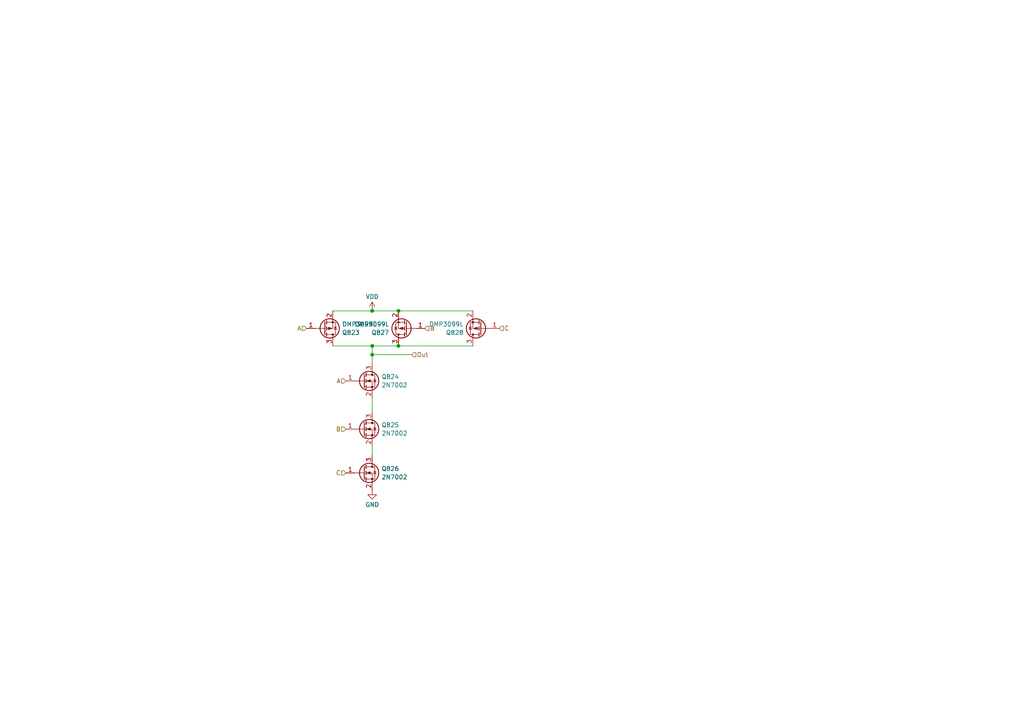
<source format=kicad_sch>
(kicad_sch (version 20250114) (generator "eeschema") (generator_version "9.0")
  (paper "A4")
  (lib_symbols
    (symbol "Transistor_FET:2N7002" (pin_names (offset 0) (hide yes))
      (property "Reference" "Q" (at 5.08 1.905 0))
      (property "Value" "2N7002" (at 5.08 0 0))
      (symbol "2N7002_0_1"
        (polyline (pts (xy 0.254 1.905) (xy 0.254 -1.905)) (stroke (width 0.254)))
        (polyline (pts (xy 0.254 0) (xy -2.54 0)))
        (polyline (pts (xy 0.762 2.286) (xy 0.762 1.27)) (stroke (width 0.254)))
        (polyline (pts (xy 0.762 0.508) (xy 0.762 -0.508)) (stroke (width 0.254)))
        (polyline (pts (xy 0.762 -1.27) (xy 0.762 -2.286)) (stroke (width 0.254)))
        (polyline (pts (xy 0.762 -1.778) (xy 3.302 -1.778) (xy 3.302 1.778) (xy 0.762 1.778)))
        (polyline (pts (xy 1.016 0) (xy 2.032 0.381) (xy 2.032 -0.381) (xy 1.016 0)) (fill (type outline)))
        (circle (center 1.651 0) (radius 2.794) (stroke (width 0.254)))
        (polyline (pts (xy 2.54 2.54) (xy 2.54 1.778)))
        (circle (center 2.54 1.778) (radius 0.254) (fill (type outline)))
        (circle (center 2.54 -1.778) (radius 0.254) (fill (type outline)))
        (polyline (pts (xy 2.54 -2.54) (xy 2.54 0) (xy 0.762 0)))
        (polyline (pts (xy 2.921 0.381) (xy 3.683 0.381)))
        (polyline (pts (xy 3.302 0.381) (xy 2.921 -0.254) (xy 3.683 -0.254) (xy 3.302 0.381)))
      )
      (symbol "2N7002_1_1"
        (pin input line (at -5.08 0 0) (length 2.54) (name "G") (number "1"))
        (pin passive line (at 2.54 5.08 270) (length 2.54) (name "D") (number "3"))
        (pin passive line (at 2.54 -5.08 90) (length 2.54) (name "S") (number "2"))
      )
    )
    (symbol "Transistor_FET:DMP3099L" (pin_names (offset 0) (hide yes))
      (property "Reference" "Q" (at 5.08 1.905 0))
      (property "Value" "DMP3099L" (at 5.08 0 0))
      (symbol "DMP3099L_0_1"
        (polyline (pts (xy 0.254 1.905) (xy 0.254 -1.905)) (stroke (width 0.254)))
        (polyline (pts (xy 0.254 0) (xy -2.54 0)))
        (polyline (pts (xy 0.762 2.286) (xy 0.762 1.27)) (stroke (width 0.254)))
        (polyline (pts (xy 0.762 1.778) (xy 3.302 1.778) (xy 3.302 -1.778) (xy 0.762 -1.778)))
        (polyline (pts (xy 0.762 0.508) (xy 0.762 -0.508)) (stroke (width 0.254)))
        (polyline (pts (xy 0.762 -1.27) (xy 0.762 -2.286)) (stroke (width 0.254)))
        (circle (center 1.651 0) (radius 2.794) (stroke (width 0.254)))
        (polyline (pts (xy 2.286 0) (xy 1.27 0.381) (xy 1.27 -0.381) (xy 2.286 0)) (fill (type outline)))
        (polyline (pts (xy 2.54 2.54) (xy 2.54 1.778)))
        (circle (center 2.54 1.778) (radius 0.254) (fill (type outline)))
        (circle (center 2.54 -1.778) (radius 0.254) (fill (type outline)))
        (polyline (pts (xy 2.54 -2.54) (xy 2.54 0) (xy 0.762 0)))
        (polyline (pts (xy 2.921 -0.381) (xy 3.683 -0.381)))
        (polyline (pts (xy 3.302 -0.381) (xy 2.921 0.254) (xy 3.683 0.254) (xy 3.302 -0.381)))
      )
      (symbol "DMP3099L_1_1"
        (pin input line (at -5.08 0 0) (length 2.54) (name "G") (number "1"))
        (pin passive line (at 2.54 5.08 270) (length 2.54) (name "D") (number "3"))
        (pin passive line (at 2.54 -5.08 90) (length 2.54) (name "S") (number "2"))
      )
    )
    (symbol "power:GND" (power) (pin_numbers (hide yes)) (pin_names (offset 0) (hide yes))
      (property "Value" "GND" (at 0 -3.81 0))
      (symbol "GND_0_1"
        (polyline (pts (xy 0 0) (xy 0 -1.27) (xy 1.27 -1.27) (xy 0 -2.54) (xy -1.27 -1.27) (xy 0 -1.27)))
      )
      (symbol "GND_1_1"
        (pin power_in line (at 0 0 270) (length 0) (name "~") (number "1"))
      )
    )
    (symbol "power:VDD" (power) (pin_numbers (hide yes)) (pin_names (offset 0) (hide yes))
      (property "Value" "VDD" (at 0 3.556 0))
      (symbol "VDD_0_1"
        (polyline (pts (xy -0.762 1.27) (xy 0 2.54)))
        (polyline (pts (xy 0 2.54) (xy 0.762 1.27)))
        (polyline (pts (xy 0 0) (xy 0 2.54)))
      )
      (symbol "VDD_1_1"
        (pin power_in line (at 0 0 90) (length 0) (name "~") (number "1"))
      )
    )
  )
  (junction (at 107.95 90.17))
  (junction (at 115.57 90.17))
  (junction (at 107.95 100.33))
  (junction (at 115.57 100.33))
  (junction (at 107.95 102.87))
  (wire (pts (xy 107.95 115.57) (xy 107.95 119.38)))
  (wire (pts (xy 115.57 90.17) (xy 137.16 90.17)))
  (wire (pts (xy 96.52 100.33) (xy 107.95 100.33)))
  (wire (pts (xy 115.57 100.33) (xy 137.16 100.33)))
  (wire (pts (xy 96.52 90.17) (xy 107.95 90.17)))
  (wire (pts (xy 107.95 100.33) (xy 115.57 100.33)))
  (wire (pts (xy 107.95 102.87) (xy 119.38 102.87)))
  (wire (pts (xy 107.95 129.54) (xy 107.95 132.08)))
  (wire (pts (xy 107.95 90.17) (xy 115.57 90.17)))
  (wire (pts (xy 107.95 100.33) (xy 107.95 102.87)))
  (wire (pts (xy 107.95 102.87) (xy 107.95 105.41)))
  (hierarchical_label "B" (shape input) (at 123.19 95.25 0))
  (hierarchical_label "C" (shape input) (at 100.33 137.16 180))
  (hierarchical_label "A" (shape input) (at 88.9 95.25 180))
  (hierarchical_label "Out" (shape input) (at 119.38 102.87 0))
  (hierarchical_label "A" (shape input) (at 100.33 110.49 180))
  (hierarchical_label "B" (shape input) (at 100.33 124.46 180))
  (hierarchical_label "C" (shape input) (at 144.78 95.25 0))
  (symbol (lib_id "Transistor_FET:2N7002") (at 105.41 110.49 0) (unit 1)
    (property "Reference" "Q30" (at 110.617 109.2778 0) (effects (justify left)))
    (property "Value" "2N7002" (at 110.617 111.7021 0) (effects (justify left)))
    (property "Footprint" "Package_TO_SOT_SMD:SOT-23" (effects (hide yes)))
    (property "Datasheet" "https://www.onsemi.com/pub/Collateral/NDS7002A-D.PDF" (effects (hide yes)))
    (property "Description" "0.115A Id, 60V Vds, N-Channel MOSFET, SOT-23" (effects (hide yes)))
    (instances (project "transistor-clock" (path "" (reference "Q824") (unit 1)) (path "" (reference "Q812") (unit 1)) (path "" (reference "Q818") (unit 1)) (path "" (reference "Q834") (unit 1)) (path "" (reference "Q840") (unit 1)) (path "" (reference "Q738") (unit 1)) (path "" (reference "Q788") (unit 1)) (path "" (reference "Q732") (unit 1)) (path "" (reference "Q766") (unit 1)) (path "" (reference "Q744") (unit 1)) (path "" (reference "Q772") (unit 1)) (path "" (reference "Q778") (unit 1)) (path "" (reference "Q794") (unit 1)) (path "" (reference "Q800") (unit 1)) (path "" (reference "Q538") (unit 1)) (path "" (reference "Q588") (unit 1)) (path "" (reference "Q532") (unit 1)) (path "" (reference "Q566") (unit 1)) (path "" (reference "Q544") (unit 1)) (path "" (reference "Q572") (unit 1)) (path "" (reference "Q578") (unit 1)) (path "" (reference "Q594") (unit 1)) (path "" (reference "Q600") (unit 1)) (path "" (reference "Q624") (unit 1)) (path "" (reference "Q612") (unit 1)) (path "" (reference "Q618") (unit 1)) (path "" (reference "Q634") (unit 1)) (path "" (reference "Q640") (unit 1)) (path "" (reference "Q664") (unit 1)) (path "" (reference "Q714") (unit 1)) (path "" (reference "Q658") (unit 1)) (path "" (reference "Q692") (unit 1)) (path "" (reference "Q670") (unit 1)) (path "" (reference "Q698") (unit 1)) (path "" (reference "Q704") (unit 1)) (path "" (reference "Q720") (unit 1)) (path "" (reference "Q726") (unit 1)) (path "" (reference "Q434") (unit 1)) (path "" (reference "Q428") (unit 1)) (path "" (reference "Q440") (unit 1)) (path "" (reference "Q446") (unit 1)) (path "" (reference "Q362") (unit 1)) (path "" (reference "Q356") (unit 1)) (path "" (reference "Q368") (unit 1)) (path "" (reference "Q374") (unit 1)) (path "" (reference "Q386") (unit 1)) (path "" (reference "Q380") (unit 1)) (path "" (reference "Q392") (unit 1)) (path "" (reference "Q398") (unit 1)) (path "" (reference "Q410") (unit 1)) (path "" (reference "Q404") (unit 1)) (path "" (reference "Q416") (unit 1)) (path "" (reference "Q422") (unit 1)) (path "" (reference "Q108") (unit 1)) (path "" (reference "Q102") (unit 1)) (path "" (reference "Q114") (unit 1)) (path "" (reference "Q120") (unit 1)) (path "" (reference "Q36") (unit 1)) (path "" (reference "Q30") (unit 1)) (path "" (reference "Q42") (unit 1)) (path "" (reference "Q48") (unit 1)) (path "" (reference "Q60") (unit 1)) (path "" (reference "Q54") (unit 1)) (path "" (reference "Q66") (unit 1)) (path "" (reference "Q72") (unit 1)) (path "" (reference "Q84") (unit 1)) (path "" (reference "Q78") (unit 1)) (path "" (reference "Q90") (unit 1)) (path "" (reference "Q96") (unit 1)) (path "" (reference "Q466") (unit 1)) (path "" (reference "Q460") (unit 1)) (path "" (reference "Q472") (unit 1)) (path "" (reference "Q478") (unit 1)) (path "" (reference "Q514") (unit 1)) (path "" (reference "Q508") (unit 1)) (path "" (reference "Q520") (unit 1)) (path "" (reference "Q526") (unit 1)) (path "" (reference "Q490") (unit 1)) (path "" (reference "Q484") (unit 1)) (path "" (reference "Q496") (unit 1)) (path "" (reference "Q502") (unit 1)) (path "" (reference "Q288") (unit 1)) (path "" (reference "Q282") (unit 1)) (path "" (reference "Q296") (unit 1)) (path "" (reference "Q302") (unit 1)) (path "" (reference "Q338") (unit 1)) (path "" (reference "Q332") (unit 1)) (path "" (reference "Q344") (unit 1)) (path "" (reference "Q350") (unit 1)) (path "" (reference "Q314") (unit 1)) (path "" (reference "Q308") (unit 1)) (path "" (reference "Q320") (unit 1)) (path "" (reference "Q326") (unit 1)) (path "" (reference "Q256") (unit 1)) (path "" (reference "Q250") (unit 1)) (path "" (reference "Q262") (unit 1)) (path "" (reference "Q268") (unit 1)) (path "" (reference "Q184") (unit 1)) (path "" (reference "Q178") (unit 1)) (path "" (reference "Q190") (unit 1)) (path "" (reference "Q196") (unit 1)) (path "" (reference "Q208") (unit 1)) (path "" (reference "Q202") (unit 1)) (path "" (reference "Q214") (unit 1)) (path "" (reference "Q220") (unit 1)) (path "" (reference "Q232") (unit 1)) (path "" (reference "Q226") (unit 1)) (path "" (reference "Q238") (unit 1)) (path "" (reference "Q244") (unit 1)) (path "" (reference "Q136") (unit 1)) (path "" (reference "Q130") (unit 1)) (path "" (reference "Q142") (unit 1)) (path "" (reference "Q148") (unit 1)) (path "" (reference "Q160") (unit 1)) (path "" (reference "Q154") (unit 1)) (path "" (reference "Q166") (unit 1)) (path "" (reference "Q172") (unit 1))))
  )
  (symbol (lib_id "Transistor_FET:2N7002") (at 105.41 124.46 0) (unit 1)
    (property "Reference" "Q31" (at 110.617 123.2478 0) (effects (justify left)))
    (property "Value" "2N7002" (at 110.617 125.6721 0) (effects (justify left)))
    (property "Footprint" "Package_TO_SOT_SMD:SOT-23" (effects (hide yes)))
    (property "Datasheet" "https://www.onsemi.com/pub/Collateral/NDS7002A-D.PDF" (effects (hide yes)))
    (property "Description" "0.115A Id, 60V Vds, N-Channel MOSFET, SOT-23" (effects (hide yes)))
    (instances (project "transistor-clock" (path "" (reference "Q825") (unit 1)) (path "" (reference "Q813") (unit 1)) (path "" (reference "Q819") (unit 1)) (path "" (reference "Q835") (unit 1)) (path "" (reference "Q841") (unit 1)) (path "" (reference "Q739") (unit 1)) (path "" (reference "Q789") (unit 1)) (path "" (reference "Q733") (unit 1)) (path "" (reference "Q767") (unit 1)) (path "" (reference "Q745") (unit 1)) (path "" (reference "Q773") (unit 1)) (path "" (reference "Q779") (unit 1)) (path "" (reference "Q795") (unit 1)) (path "" (reference "Q801") (unit 1)) (path "" (reference "Q539") (unit 1)) (path "" (reference "Q589") (unit 1)) (path "" (reference "Q533") (unit 1)) (path "" (reference "Q567") (unit 1)) (path "" (reference "Q545") (unit 1)) (path "" (reference "Q573") (unit 1)) (path "" (reference "Q579") (unit 1)) (path "" (reference "Q595") (unit 1)) (path "" (reference "Q601") (unit 1)) (path "" (reference "Q625") (unit 1)) (path "" (reference "Q613") (unit 1)) (path "" (reference "Q619") (unit 1)) (path "" (reference "Q635") (unit 1)) (path "" (reference "Q641") (unit 1)) (path "" (reference "Q665") (unit 1)) (path "" (reference "Q715") (unit 1)) (path "" (reference "Q659") (unit 1)) (path "" (reference "Q693") (unit 1)) (path "" (reference "Q671") (unit 1)) (path "" (reference "Q699") (unit 1)) (path "" (reference "Q705") (unit 1)) (path "" (reference "Q721") (unit 1)) (path "" (reference "Q727") (unit 1)) (path "" (reference "Q435") (unit 1)) (path "" (reference "Q429") (unit 1)) (path "" (reference "Q441") (unit 1)) (path "" (reference "Q447") (unit 1)) (path "" (reference "Q363") (unit 1)) (path "" (reference "Q357") (unit 1)) (path "" (reference "Q369") (unit 1)) (path "" (reference "Q375") (unit 1)) (path "" (reference "Q387") (unit 1)) (path "" (reference "Q381") (unit 1)) (path "" (reference "Q393") (unit 1)) (path "" (reference "Q399") (unit 1)) (path "" (reference "Q411") (unit 1)) (path "" (reference "Q405") (unit 1)) (path "" (reference "Q417") (unit 1)) (path "" (reference "Q423") (unit 1)) (path "" (reference "Q109") (unit 1)) (path "" (reference "Q103") (unit 1)) (path "" (reference "Q115") (unit 1)) (path "" (reference "Q121") (unit 1)) (path "" (reference "Q37") (unit 1)) (path "" (reference "Q31") (unit 1)) (path "" (reference "Q43") (unit 1)) (path "" (reference "Q49") (unit 1)) (path "" (reference "Q61") (unit 1)) (path "" (reference "Q55") (unit 1)) (path "" (reference "Q67") (unit 1)) (path "" (reference "Q73") (unit 1)) (path "" (reference "Q85") (unit 1)) (path "" (reference "Q79") (unit 1)) (path "" (reference "Q91") (unit 1)) (path "" (reference "Q97") (unit 1)) (path "" (reference "Q467") (unit 1)) (path "" (reference "Q461") (unit 1)) (path "" (reference "Q473") (unit 1)) (path "" (reference "Q479") (unit 1)) (path "" (reference "Q515") (unit 1)) (path "" (reference "Q509") (unit 1)) (path "" (reference "Q521") (unit 1)) (path "" (reference "Q527") (unit 1)) (path "" (reference "Q491") (unit 1)) (path "" (reference "Q485") (unit 1)) (path "" (reference "Q497") (unit 1)) (path "" (reference "Q503") (unit 1)) (path "" (reference "Q289") (unit 1)) (path "" (reference "Q283") (unit 1)) (path "" (reference "Q297") (unit 1)) (path "" (reference "Q303") (unit 1)) (path "" (reference "Q339") (unit 1)) (path "" (reference "Q333") (unit 1)) (path "" (reference "Q345") (unit 1)) (path "" (reference "Q351") (unit 1)) (path "" (reference "Q315") (unit 1)) (path "" (reference "Q309") (unit 1)) (path "" (reference "Q321") (unit 1)) (path "" (reference "Q327") (unit 1)) (path "" (reference "Q257") (unit 1)) (path "" (reference "Q251") (unit 1)) (path "" (reference "Q263") (unit 1)) (path "" (reference "Q269") (unit 1)) (path "" (reference "Q185") (unit 1)) (path "" (reference "Q179") (unit 1)) (path "" (reference "Q191") (unit 1)) (path "" (reference "Q197") (unit 1)) (path "" (reference "Q209") (unit 1)) (path "" (reference "Q203") (unit 1)) (path "" (reference "Q215") (unit 1)) (path "" (reference "Q221") (unit 1)) (path "" (reference "Q233") (unit 1)) (path "" (reference "Q227") (unit 1)) (path "" (reference "Q239") (unit 1)) (path "" (reference "Q245") (unit 1)) (path "" (reference "Q137") (unit 1)) (path "" (reference "Q131") (unit 1)) (path "" (reference "Q143") (unit 1)) (path "" (reference "Q149") (unit 1)) (path "" (reference "Q161") (unit 1)) (path "" (reference "Q155") (unit 1)) (path "" (reference "Q167") (unit 1)) (path "" (reference "Q173") (unit 1))))
  )
  (symbol (lib_id "Transistor_FET:2N7002") (at 105.41 137.16 0) (unit 1)
    (property "Reference" "Q32" (at 110.617 135.9478 0) (effects (justify left)))
    (property "Value" "2N7002" (at 110.617 138.3721 0) (effects (justify left)))
    (property "Footprint" "Package_TO_SOT_SMD:SOT-23" (effects (hide yes)))
    (property "Datasheet" "https://www.onsemi.com/pub/Collateral/NDS7002A-D.PDF" (effects (hide yes)))
    (property "Description" "0.115A Id, 60V Vds, N-Channel MOSFET, SOT-23" (effects (hide yes)))
    (instances (project "transistor-clock" (path "" (reference "Q826") (unit 1)) (path "" (reference "Q814") (unit 1)) (path "" (reference "Q820") (unit 1)) (path "" (reference "Q836") (unit 1)) (path "" (reference "Q842") (unit 1)) (path "" (reference "Q740") (unit 1)) (path "" (reference "Q790") (unit 1)) (path "" (reference "Q734") (unit 1)) (path "" (reference "Q768") (unit 1)) (path "" (reference "Q746") (unit 1)) (path "" (reference "Q774") (unit 1)) (path "" (reference "Q780") (unit 1)) (path "" (reference "Q796") (unit 1)) (path "" (reference "Q802") (unit 1)) (path "" (reference "Q540") (unit 1)) (path "" (reference "Q590") (unit 1)) (path "" (reference "Q534") (unit 1)) (path "" (reference "Q568") (unit 1)) (path "" (reference "Q546") (unit 1)) (path "" (reference "Q574") (unit 1)) (path "" (reference "Q580") (unit 1)) (path "" (reference "Q596") (unit 1)) (path "" (reference "Q602") (unit 1)) (path "" (reference "Q626") (unit 1)) (path "" (reference "Q614") (unit 1)) (path "" (reference "Q620") (unit 1)) (path "" (reference "Q636") (unit 1)) (path "" (reference "Q642") (unit 1)) (path "" (reference "Q666") (unit 1)) (path "" (reference "Q716") (unit 1)) (path "" (reference "Q660") (unit 1)) (path "" (reference "Q694") (unit 1)) (path "" (reference "Q672") (unit 1)) (path "" (reference "Q700") (unit 1)) (path "" (reference "Q706") (unit 1)) (path "" (reference "Q722") (unit 1)) (path "" (reference "Q728") (unit 1)) (path "" (reference "Q436") (unit 1)) (path "" (reference "Q430") (unit 1)) (path "" (reference "Q442") (unit 1)) (path "" (reference "Q448") (unit 1)) (path "" (reference "Q364") (unit 1)) (path "" (reference "Q358") (unit 1)) (path "" (reference "Q370") (unit 1)) (path "" (reference "Q376") (unit 1)) (path "" (reference "Q388") (unit 1)) (path "" (reference "Q382") (unit 1)) (path "" (reference "Q394") (unit 1)) (path "" (reference "Q400") (unit 1)) (path "" (reference "Q412") (unit 1)) (path "" (reference "Q406") (unit 1)) (path "" (reference "Q418") (unit 1)) (path "" (reference "Q424") (unit 1)) (path "" (reference "Q110") (unit 1)) (path "" (reference "Q104") (unit 1)) (path "" (reference "Q116") (unit 1)) (path "" (reference "Q122") (unit 1)) (path "" (reference "Q38") (unit 1)) (path "" (reference "Q32") (unit 1)) (path "" (reference "Q44") (unit 1)) (path "" (reference "Q50") (unit 1)) (path "" (reference "Q62") (unit 1)) (path "" (reference "Q56") (unit 1)) (path "" (reference "Q68") (unit 1)) (path "" (reference "Q74") (unit 1)) (path "" (reference "Q86") (unit 1)) (path "" (reference "Q80") (unit 1)) (path "" (reference "Q92") (unit 1)) (path "" (reference "Q98") (unit 1)) (path "" (reference "Q468") (unit 1)) (path "" (reference "Q462") (unit 1)) (path "" (reference "Q474") (unit 1)) (path "" (reference "Q480") (unit 1)) (path "" (reference "Q516") (unit 1)) (path "" (reference "Q510") (unit 1)) (path "" (reference "Q522") (unit 1)) (path "" (reference "Q528") (unit 1)) (path "" (reference "Q492") (unit 1)) (path "" (reference "Q486") (unit 1)) (path "" (reference "Q498") (unit 1)) (path "" (reference "Q504") (unit 1)) (path "" (reference "Q290") (unit 1)) (path "" (reference "Q284") (unit 1)) (path "" (reference "Q298") (unit 1)) (path "" (reference "Q304") (unit 1)) (path "" (reference "Q340") (unit 1)) (path "" (reference "Q334") (unit 1)) (path "" (reference "Q346") (unit 1)) (path "" (reference "Q352") (unit 1)) (path "" (reference "Q316") (unit 1)) (path "" (reference "Q310") (unit 1)) (path "" (reference "Q322") (unit 1)) (path "" (reference "Q328") (unit 1)) (path "" (reference "Q258") (unit 1)) (path "" (reference "Q252") (unit 1)) (path "" (reference "Q264") (unit 1)) (path "" (reference "Q270") (unit 1)) (path "" (reference "Q186") (unit 1)) (path "" (reference "Q180") (unit 1)) (path "" (reference "Q192") (unit 1)) (path "" (reference "Q198") (unit 1)) (path "" (reference "Q210") (unit 1)) (path "" (reference "Q204") (unit 1)) (path "" (reference "Q216") (unit 1)) (path "" (reference "Q222") (unit 1)) (path "" (reference "Q234") (unit 1)) (path "" (reference "Q228") (unit 1)) (path "" (reference "Q240") (unit 1)) (path "" (reference "Q246") (unit 1)) (path "" (reference "Q138") (unit 1)) (path "" (reference "Q132") (unit 1)) (path "" (reference "Q144") (unit 1)) (path "" (reference "Q150") (unit 1)) (path "" (reference "Q162") (unit 1)) (path "" (reference "Q156") (unit 1)) (path "" (reference "Q168") (unit 1)) (path "" (reference "Q174") (unit 1))))
  )
  (symbol (lib_id "power:VDD") (at 107.95 90.17 0) (unit 1)
    (property "Reference" "#PWR023" (effects (hide yes)))
    (property "Value" "VDD" (at 107.95 86.0369 0))
    (property "Description" "Power symbol creates a global label with name \"VDD\"" (effects (hide yes)))
    (instances (project "transistor-clock" (path "" (reference "#PWR0310") (unit 1)) (path "" (reference "#PWR0306") (unit 1)) (path "" (reference "#PWR0308") (unit 1)) (path "" (reference "#PWR0314") (unit 1)) (path "" (reference "#PWR0316") (unit 1)) (path "" (reference "#PWR0280") (unit 1)) (path "" (reference "#PWR0298") (unit 1)) (path "" (reference "#PWR0278") (unit 1)) (path "" (reference "#PWR0290") (unit 1)) (path "" (reference "#PWR0282") (unit 1)) (path "" (reference "#PWR0292") (unit 1)) (path "" (reference "#PWR0294") (unit 1)) (path "" (reference "#PWR0300") (unit 1)) (path "" (reference "#PWR0302") (unit 1)) (path "" (reference "#PWR0210") (unit 1)) (path "" (reference "#PWR0228") (unit 1)) (path "" (reference "#PWR0208") (unit 1)) (path "" (reference "#PWR0220") (unit 1)) (path "" (reference "#PWR0212") (unit 1)) (path "" (reference "#PWR0222") (unit 1)) (path "" (reference "#PWR0224") (unit 1)) (path "" (reference "#PWR0230") (unit 1)) (path "" (reference "#PWR0232") (unit 1)) (path "" (reference "#PWR0240") (unit 1)) (path "" (reference "#PWR0236") (unit 1)) (path "" (reference "#PWR0238") (unit 1)) (path "" (reference "#PWR0244") (unit 1)) (path "" (reference "#PWR0246") (unit 1)) (path "" (reference "#PWR0254") (unit 1)) (path "" (reference "#PWR0272") (unit 1)) (path "" (reference "#PWR0252") (unit 1)) (path "" (reference "#PWR0264") (unit 1)) (path "" (reference "#PWR0256") (unit 1)) (path "" (reference "#PWR0266") (unit 1)) (path "" (reference "#PWR0268") (unit 1)) (path "" (reference "#PWR0274") (unit 1)) (path "" (reference "#PWR0276") (unit 1)) (path "" (reference "#PWR0173") (unit 1)) (path "" (reference "#PWR0171") (unit 1)) (path "" (reference "#PWR0175") (unit 1)) (path "" (reference "#PWR0177") (unit 1)) (path "" (reference "#PWR0149") (unit 1)) (path "" (reference "#PWR0147") (unit 1)) (path "" (reference "#PWR0151") (unit 1)) (path "" (reference "#PWR0153") (unit 1)) (path "" (reference "#PWR0157") (unit 1)) (path "" (reference "#PWR0155") (unit 1)) (path "" (reference "#PWR0159") (unit 1)) (path "" (reference "#PWR0161") (unit 1)) (path "" (reference "#PWR0165") (unit 1)) (path "" (reference "#PWR0163") (unit 1)) (path "" (reference "#PWR0167") (unit 1)) (path "" (reference "#PWR0169") (unit 1)) (path "" (reference "#PWR049") (unit 1)) (path "" (reference "#PWR047") (unit 1)) (path "" (reference "#PWR051") (unit 1)) (path "" (reference "#PWR053") (unit 1)) (path "" (reference "#PWR025") (unit 1)) (path "" (reference "#PWR023") (unit 1)) (path "" (reference "#PWR027") (unit 1)) (path "" (reference "#PWR029") (unit 1)) (path "" (reference "#PWR033") (unit 1)) (path "" (reference "#PWR031") (unit 1)) (path "" (reference "#PWR035") (unit 1)) (path "" (reference "#PWR037") (unit 1)) (path "" (reference "#PWR041") (unit 1)) (path "" (reference "#PWR039") (unit 1)) (path "" (reference "#PWR043") (unit 1)) (path "" (reference "#PWR045") (unit 1)) (path "" (reference "#PWR0186") (unit 1)) (path "" (reference "#PWR0184") (unit 1)) (path "" (reference "#PWR0188") (unit 1)) (path "" (reference "#PWR0190") (unit 1)) (path "" (reference "#PWR0202") (unit 1)) (path "" (reference "#PWR0200") (unit 1)) (path "" (reference "#PWR0204") (unit 1)) (path "" (reference "#PWR0206") (unit 1)) (path "" (reference "#PWR0194") (unit 1)) (path "" (reference "#PWR0192") (unit 1)) (path "" (reference "#PWR0196") (unit 1)) (path "" (reference "#PWR0198") (unit 1)) (path "" (reference "#PWR0114") (unit 1)) (path "" (reference "#PWR0112") (unit 1)) (path "" (reference "#PWR0126") (unit 1)) (path "" (reference "#PWR0128") (unit 1)) (path "" (reference "#PWR0140") (unit 1)) (path "" (reference "#PWR0138") (unit 1)) (path "" (reference "#PWR0142") (unit 1)) (path "" (reference "#PWR0144") (unit 1)) (path "" (reference "#PWR0132") (unit 1)) (path "" (reference "#PWR0130") (unit 1)) (path "" (reference "#PWR0134") (unit 1)) (path "" (reference "#PWR0136") (unit 1)) (path "" (reference "#PWR0101") (unit 1)) (path "" (reference "#PWR099") (unit 1)) (path "" (reference "#PWR0103") (unit 1)) (path "" (reference "#PWR0105") (unit 1)) (path "" (reference "#PWR077") (unit 1)) (path "" (reference "#PWR075") (unit 1)) (path "" (reference "#PWR079") (unit 1)) (path "" (reference "#PWR081") (unit 1)) (path "" (reference "#PWR085") (unit 1)) (path "" (reference "#PWR083") (unit 1)) (path "" (reference "#PWR087") (unit 1)) (path "" (reference "#PWR089") (unit 1)) (path "" (reference "#PWR093") (unit 1)) (path "" (reference "#PWR091") (unit 1)) (path "" (reference "#PWR095") (unit 1)) (path "" (reference "#PWR097") (unit 1)) (path "" (reference "#PWR060") (unit 1)) (path "" (reference "#PWR058") (unit 1)) (path "" (reference "#PWR062") (unit 1)) (path "" (reference "#PWR064") (unit 1)) (path "" (reference "#PWR068") (unit 1)) (path "" (reference "#PWR066") (unit 1)) (path "" (reference "#PWR070") (unit 1)) (path "" (reference "#PWR072") (unit 1))))
  )
  (symbol (lib_id "Transistor_FET:DMP3099L") (at 93.98 95.25 0) (mirror x) (unit 1)
    (property "Reference" "Q29" (at 99.187 96.4622 0) (effects (justify left)))
    (property "Value" "DMP3099L" (at 99.187 94.0379 0) (effects (justify left)))
    (property "Footprint" "Package_TO_SOT_SMD:SOT-23" (effects (hide yes)))
    (property "Datasheet" "https://www.diodes.com/assets/Datasheets/DMP3099L.pdf" (effects (hide yes)))
    (property "Description" "-3.8A Id, -30V Vds, P-Channel MOSFET, SOT-23" (effects (hide yes)))
    (instances (project "transistor-clock" (path "" (reference "Q823") (unit 1)) (path "" (reference "Q811") (unit 1)) (path "" (reference "Q817") (unit 1)) (path "" (reference "Q833") (unit 1)) (path "" (reference "Q839") (unit 1)) (path "" (reference "Q737") (unit 1)) (path "" (reference "Q787") (unit 1)) (path "" (reference "Q731") (unit 1)) (path "" (reference "Q765") (unit 1)) (path "" (reference "Q743") (unit 1)) (path "" (reference "Q771") (unit 1)) (path "" (reference "Q777") (unit 1)) (path "" (reference "Q793") (unit 1)) (path "" (reference "Q799") (unit 1)) (path "" (reference "Q537") (unit 1)) (path "" (reference "Q587") (unit 1)) (path "" (reference "Q531") (unit 1)) (path "" (reference "Q565") (unit 1)) (path "" (reference "Q543") (unit 1)) (path "" (reference "Q571") (unit 1)) (path "" (reference "Q577") (unit 1)) (path "" (reference "Q593") (unit 1)) (path "" (reference "Q599") (unit 1)) (path "" (reference "Q623") (unit 1)) (path "" (reference "Q611") (unit 1)) (path "" (reference "Q617") (unit 1)) (path "" (reference "Q633") (unit 1)) (path "" (reference "Q639") (unit 1)) (path "" (reference "Q663") (unit 1)) (path "" (reference "Q713") (unit 1)) (path "" (reference "Q657") (unit 1)) (path "" (reference "Q691") (unit 1)) (path "" (reference "Q669") (unit 1)) (path "" (reference "Q697") (unit 1)) (path "" (reference "Q703") (unit 1)) (path "" (reference "Q719") (unit 1)) (path "" (reference "Q725") (unit 1)) (path "" (reference "Q433") (unit 1)) (path "" (reference "Q427") (unit 1)) (path "" (reference "Q439") (unit 1)) (path "" (reference "Q445") (unit 1)) (path "" (reference "Q361") (unit 1)) (path "" (reference "Q355") (unit 1)) (path "" (reference "Q367") (unit 1)) (path "" (reference "Q373") (unit 1)) (path "" (reference "Q385") (unit 1)) (path "" (reference "Q379") (unit 1)) (path "" (reference "Q391") (unit 1)) (path "" (reference "Q397") (unit 1)) (path "" (reference "Q409") (unit 1)) (path "" (reference "Q403") (unit 1)) (path "" (reference "Q415") (unit 1)) (path "" (reference "Q421") (unit 1)) (path "" (reference "Q107") (unit 1)) (path "" (reference "Q101") (unit 1)) (path "" (reference "Q113") (unit 1)) (path "" (reference "Q119") (unit 1)) (path "" (reference "Q35") (unit 1)) (path "" (reference "Q29") (unit 1)) (path "" (reference "Q41") (unit 1)) (path "" (reference "Q47") (unit 1)) (path "" (reference "Q59") (unit 1)) (path "" (reference "Q53") (unit 1)) (path "" (reference "Q65") (unit 1)) (path "" (reference "Q71") (unit 1)) (path "" (reference "Q83") (unit 1)) (path "" (reference "Q77") (unit 1)) (path "" (reference "Q89") (unit 1)) (path "" (reference "Q95") (unit 1)) (path "" (reference "Q465") (unit 1)) (path "" (reference "Q459") (unit 1)) (path "" (reference "Q471") (unit 1)) (path "" (reference "Q477") (unit 1)) (path "" (reference "Q513") (unit 1)) (path "" (reference "Q507") (unit 1)) (path "" (reference "Q519") (unit 1)) (path "" (reference "Q525") (unit 1)) (path "" (reference "Q489") (unit 1)) (path "" (reference "Q483") (unit 1)) (path "" (reference "Q495") (unit 1)) (path "" (reference "Q501") (unit 1)) (path "" (reference "Q287") (unit 1)) (path "" (reference "Q281") (unit 1)) (path "" (reference "Q295") (unit 1)) (path "" (reference "Q301") (unit 1)) (path "" (reference "Q337") (unit 1)) (path "" (reference "Q331") (unit 1)) (path "" (reference "Q343") (unit 1)) (path "" (reference "Q349") (unit 1)) (path "" (reference "Q313") (unit 1)) (path "" (reference "Q307") (unit 1)) (path "" (reference "Q319") (unit 1)) (path "" (reference "Q325") (unit 1)) (path "" (reference "Q255") (unit 1)) (path "" (reference "Q249") (unit 1)) (path "" (reference "Q261") (unit 1)) (path "" (reference "Q267") (unit 1)) (path "" (reference "Q183") (unit 1)) (path "" (reference "Q177") (unit 1)) (path "" (reference "Q189") (unit 1)) (path "" (reference "Q195") (unit 1)) (path "" (reference "Q207") (unit 1)) (path "" (reference "Q201") (unit 1)) (path "" (reference "Q213") (unit 1)) (path "" (reference "Q219") (unit 1)) (path "" (reference "Q231") (unit 1)) (path "" (reference "Q225") (unit 1)) (path "" (reference "Q237") (unit 1)) (path "" (reference "Q243") (unit 1)) (path "" (reference "Q135") (unit 1)) (path "" (reference "Q129") (unit 1)) (path "" (reference "Q141") (unit 1)) (path "" (reference "Q147") (unit 1)) (path "" (reference "Q159") (unit 1)) (path "" (reference "Q153") (unit 1)) (path "" (reference "Q165") (unit 1)) (path "" (reference "Q171") (unit 1))))
  )
  (symbol (lib_id "Transistor_FET:DMP3099L") (at 139.7 95.25 180) (unit 1)
    (property "Reference" "Q34" (at 134.493 96.4622 0) (effects (justify left)))
    (property "Value" "DMP3099L" (at 134.493 94.0379 0) (effects (justify left)))
    (property "Footprint" "Package_TO_SOT_SMD:SOT-23" (effects (hide yes)))
    (property "Datasheet" "https://www.diodes.com/assets/Datasheets/DMP3099L.pdf" (effects (hide yes)))
    (property "Description" "-3.8A Id, -30V Vds, P-Channel MOSFET, SOT-23" (effects (hide yes)))
    (instances (project "transistor-clock" (path "" (reference "Q828") (unit 1)) (path "" (reference "Q816") (unit 1)) (path "" (reference "Q822") (unit 1)) (path "" (reference "Q838") (unit 1)) (path "" (reference "Q844") (unit 1)) (path "" (reference "Q742") (unit 1)) (path "" (reference "Q792") (unit 1)) (path "" (reference "Q736") (unit 1)) (path "" (reference "Q770") (unit 1)) (path "" (reference "Q748") (unit 1)) (path "" (reference "Q776") (unit 1)) (path "" (reference "Q782") (unit 1)) (path "" (reference "Q798") (unit 1)) (path "" (reference "Q804") (unit 1)) (path "" (reference "Q542") (unit 1)) (path "" (reference "Q592") (unit 1)) (path "" (reference "Q536") (unit 1)) (path "" (reference "Q570") (unit 1)) (path "" (reference "Q548") (unit 1)) (path "" (reference "Q576") (unit 1)) (path "" (reference "Q582") (unit 1)) (path "" (reference "Q598") (unit 1)) (path "" (reference "Q604") (unit 1)) (path "" (reference "Q628") (unit 1)) (path "" (reference "Q616") (unit 1)) (path "" (reference "Q622") (unit 1)) (path "" (reference "Q638") (unit 1)) (path "" (reference "Q644") (unit 1)) (path "" (reference "Q668") (unit 1)) (path "" (reference "Q718") (unit 1)) (path "" (reference "Q662") (unit 1)) (path "" (reference "Q696") (unit 1)) (path "" (reference "Q674") (unit 1)) (path "" (reference "Q702") (unit 1)) (path "" (reference "Q708") (unit 1)) (path "" (reference "Q724") (unit 1)) (path "" (reference "Q730") (unit 1)) (path "" (reference "Q438") (unit 1)) (path "" (reference "Q432") (unit 1)) (path "" (reference "Q444") (unit 1)) (path "" (reference "Q450") (unit 1)) (path "" (reference "Q366") (unit 1)) (path "" (reference "Q360") (unit 1)) (path "" (reference "Q372") (unit 1)) (path "" (reference "Q378") (unit 1)) (path "" (reference "Q390") (unit 1)) (path "" (reference "Q384") (unit 1)) (path "" (reference "Q396") (unit 1)) (path "" (reference "Q402") (unit 1)) (path "" (reference "Q414") (unit 1)) (path "" (reference "Q408") (unit 1)) (path "" (reference "Q420") (unit 1)) (path "" (reference "Q426") (unit 1)) (path "" (reference "Q112") (unit 1)) (path "" (reference "Q106") (unit 1)) (path "" (reference "Q118") (unit 1)) (path "" (reference "Q124") (unit 1)) (path "" (reference "Q40") (unit 1)) (path "" (reference "Q34") (unit 1)) (path "" (reference "Q46") (unit 1)) (path "" (reference "Q52") (unit 1)) (path "" (reference "Q64") (unit 1)) (path "" (reference "Q58") (unit 1)) (path "" (reference "Q70") (unit 1)) (path "" (reference "Q76") (unit 1)) (path "" (reference "Q88") (unit 1)) (path "" (reference "Q82") (unit 1)) (path "" (reference "Q94") (unit 1)) (path "" (reference "Q100") (unit 1)) (path "" (reference "Q470") (unit 1)) (path "" (reference "Q464") (unit 1)) (path "" (reference "Q476") (unit 1)) (path "" (reference "Q482") (unit 1)) (path "" (reference "Q518") (unit 1)) (path "" (reference "Q512") (unit 1)) (path "" (reference "Q524") (unit 1)) (path "" (reference "Q530") (unit 1)) (path "" (reference "Q494") (unit 1)) (path "" (reference "Q488") (unit 1)) (path "" (reference "Q500") (unit 1)) (path "" (reference "Q506") (unit 1)) (path "" (reference "Q292") (unit 1)) (path "" (reference "Q286") (unit 1)) (path "" (reference "Q300") (unit 1)) (path "" (reference "Q306") (unit 1)) (path "" (reference "Q342") (unit 1)) (path "" (reference "Q336") (unit 1)) (path "" (reference "Q348") (unit 1)) (path "" (reference "Q354") (unit 1)) (path "" (reference "Q318") (unit 1)) (path "" (reference "Q312") (unit 1)) (path "" (reference "Q324") (unit 1)) (path "" (reference "Q330") (unit 1)) (path "" (reference "Q260") (unit 1)) (path "" (reference "Q254") (unit 1)) (path "" (reference "Q266") (unit 1)) (path "" (reference "Q272") (unit 1)) (path "" (reference "Q188") (unit 1)) (path "" (reference "Q182") (unit 1)) (path "" (reference "Q194") (unit 1)) (path "" (reference "Q200") (unit 1)) (path "" (reference "Q212") (unit 1)) (path "" (reference "Q206") (unit 1)) (path "" (reference "Q218") (unit 1)) (path "" (reference "Q224") (unit 1)) (path "" (reference "Q236") (unit 1)) (path "" (reference "Q230") (unit 1)) (path "" (reference "Q242") (unit 1)) (path "" (reference "Q248") (unit 1)) (path "" (reference "Q140") (unit 1)) (path "" (reference "Q134") (unit 1)) (path "" (reference "Q146") (unit 1)) (path "" (reference "Q152") (unit 1)) (path "" (reference "Q164") (unit 1)) (path "" (reference "Q158") (unit 1)) (path "" (reference "Q170") (unit 1)) (path "" (reference "Q176") (unit 1))))
  )
  (symbol (lib_id "power:GND") (at 107.95 142.24 0) (unit 1)
    (property "Reference" "#PWR024" (effects (hide yes)))
    (property "Value" "GND" (at 107.95 146.3731 0))
    (property "Description" "Power symbol creates a global label with name \"GND\" , ground" (effects (hide yes)))
    (instances (project "transistor-clock" (path "" (reference "#PWR0311") (unit 1)) (path "" (reference "#PWR0307") (unit 1)) (path "" (reference "#PWR0309") (unit 1)) (path "" (reference "#PWR0315") (unit 1)) (path "" (reference "#PWR0317") (unit 1)) (path "" (reference "#PWR0281") (unit 1)) (path "" (reference "#PWR0299") (unit 1)) (path "" (reference "#PWR0279") (unit 1)) (path "" (reference "#PWR0291") (unit 1)) (path "" (reference "#PWR0283") (unit 1)) (path "" (reference "#PWR0293") (unit 1)) (path "" (reference "#PWR0295") (unit 1)) (path "" (reference "#PWR0301") (unit 1)) (path "" (reference "#PWR0303") (unit 1)) (path "" (reference "#PWR0211") (unit 1)) (path "" (reference "#PWR0229") (unit 1)) (path "" (reference "#PWR0209") (unit 1)) (path "" (reference "#PWR0221") (unit 1)) (path "" (reference "#PWR0213") (unit 1)) (path "" (reference "#PWR0223") (unit 1)) (path "" (reference "#PWR0225") (unit 1)) (path "" (reference "#PWR0231") (unit 1)) (path "" (reference "#PWR0233") (unit 1)) (path "" (reference "#PWR0241") (unit 1)) (path "" (reference "#PWR0237") (unit 1)) (path "" (reference "#PWR0239") (unit 1)) (path "" (reference "#PWR0245") (unit 1)) (path "" (reference "#PWR0247") (unit 1)) (path "" (reference "#PWR0255") (unit 1)) (path "" (reference "#PWR0273") (unit 1)) (path "" (reference "#PWR0253") (unit 1)) (path "" (reference "#PWR0265") (unit 1)) (path "" (reference "#PWR0257") (unit 1)) (path "" (reference "#PWR0267") (unit 1)) (path "" (reference "#PWR0269") (unit 1)) (path "" (reference "#PWR0275") (unit 1)) (path "" (reference "#PWR0277") (unit 1)) (path "" (reference "#PWR0174") (unit 1)) (path "" (reference "#PWR0172") (unit 1)) (path "" (reference "#PWR0176") (unit 1)) (path "" (reference "#PWR0178") (unit 1)) (path "" (reference "#PWR0150") (unit 1)) (path "" (reference "#PWR0148") (unit 1)) (path "" (reference "#PWR0152") (unit 1)) (path "" (reference "#PWR0154") (unit 1)) (path "" (reference "#PWR0158") (unit 1)) (path "" (reference "#PWR0156") (unit 1)) (path "" (reference "#PWR0160") (unit 1)) (path "" (reference "#PWR0162") (unit 1)) (path "" (reference "#PWR0166") (unit 1)) (path "" (reference "#PWR0164") (unit 1)) (path "" (reference "#PWR0168") (unit 1)) (path "" (reference "#PWR0170") (unit 1)) (path "" (reference "#PWR050") (unit 1)) (path "" (reference "#PWR048") (unit 1)) (path "" (reference "#PWR052") (unit 1)) (path "" (reference "#PWR054") (unit 1)) (path "" (reference "#PWR026") (unit 1)) (path "" (reference "#PWR024") (unit 1)) (path "" (reference "#PWR028") (unit 1)) (path "" (reference "#PWR030") (unit 1)) (path "" (reference "#PWR034") (unit 1)) (path "" (reference "#PWR032") (unit 1)) (path "" (reference "#PWR036") (unit 1)) (path "" (reference "#PWR038") (unit 1)) (path "" (reference "#PWR042") (unit 1)) (path "" (reference "#PWR040") (unit 1)) (path "" (reference "#PWR044") (unit 1)) (path "" (reference "#PWR046") (unit 1)) (path "" (reference "#PWR0187") (unit 1)) (path "" (reference "#PWR0185") (unit 1)) (path "" (reference "#PWR0189") (unit 1)) (path "" (reference "#PWR0191") (unit 1)) (path "" (reference "#PWR0203") (unit 1)) (path "" (reference "#PWR0201") (unit 1)) (path "" (reference "#PWR0205") (unit 1)) (path "" (reference "#PWR0207") (unit 1)) (path "" (reference "#PWR0195") (unit 1)) (path "" (reference "#PWR0193") (unit 1)) (path "" (reference "#PWR0197") (unit 1)) (path "" (reference "#PWR0199") (unit 1)) (path "" (reference "#PWR0115") (unit 1)) (path "" (reference "#PWR0113") (unit 1)) (path "" (reference "#PWR0127") (unit 1)) (path "" (reference "#PWR0129") (unit 1)) (path "" (reference "#PWR0141") (unit 1)) (path "" (reference "#PWR0139") (unit 1)) (path "" (reference "#PWR0143") (unit 1)) (path "" (reference "#PWR0145") (unit 1)) (path "" (reference "#PWR0133") (unit 1)) (path "" (reference "#PWR0131") (unit 1)) (path "" (reference "#PWR0135") (unit 1)) (path "" (reference "#PWR0137") (unit 1)) (path "" (reference "#PWR0102") (unit 1)) (path "" (reference "#PWR0100") (unit 1)) (path "" (reference "#PWR0104") (unit 1)) (path "" (reference "#PWR0106") (unit 1)) (path "" (reference "#PWR078") (unit 1)) (path "" (reference "#PWR076") (unit 1)) (path "" (reference "#PWR080") (unit 1)) (path "" (reference "#PWR082") (unit 1)) (path "" (reference "#PWR086") (unit 1)) (path "" (reference "#PWR084") (unit 1)) (path "" (reference "#PWR088") (unit 1)) (path "" (reference "#PWR090") (unit 1)) (path "" (reference "#PWR094") (unit 1)) (path "" (reference "#PWR092") (unit 1)) (path "" (reference "#PWR096") (unit 1)) (path "" (reference "#PWR098") (unit 1)) (path "" (reference "#PWR061") (unit 1)) (path "" (reference "#PWR059") (unit 1)) (path "" (reference "#PWR063") (unit 1)) (path "" (reference "#PWR065") (unit 1)) (path "" (reference "#PWR069") (unit 1)) (path "" (reference "#PWR067") (unit 1)) (path "" (reference "#PWR071") (unit 1)) (path "" (reference "#PWR073") (unit 1))))
  )
  (symbol (lib_id "Transistor_FET:DMP3099L") (at 118.11 95.25 180) (unit 1)
    (property "Reference" "Q33" (at 112.903 96.4622 0) (effects (justify left)))
    (property "Value" "DMP3099L" (at 112.903 94.0379 0) (effects (justify left)))
    (property "Footprint" "Package_TO_SOT_SMD:SOT-23" (effects (hide yes)))
    (property "Datasheet" "https://www.diodes.com/assets/Datasheets/DMP3099L.pdf" (effects (hide yes)))
    (property "Description" "-3.8A Id, -30V Vds, P-Channel MOSFET, SOT-23" (effects (hide yes)))
    (instances (project "transistor-clock" (path "" (reference "Q827") (unit 1)) (path "" (reference "Q815") (unit 1)) (path "" (reference "Q821") (unit 1)) (path "" (reference "Q837") (unit 1)) (path "" (reference "Q843") (unit 1)) (path "" (reference "Q741") (unit 1)) (path "" (reference "Q791") (unit 1)) (path "" (reference "Q735") (unit 1)) (path "" (reference "Q769") (unit 1)) (path "" (reference "Q747") (unit 1)) (path "" (reference "Q775") (unit 1)) (path "" (reference "Q781") (unit 1)) (path "" (reference "Q797") (unit 1)) (path "" (reference "Q803") (unit 1)) (path "" (reference "Q541") (unit 1)) (path "" (reference "Q591") (unit 1)) (path "" (reference "Q535") (unit 1)) (path "" (reference "Q569") (unit 1)) (path "" (reference "Q547") (unit 1)) (path "" (reference "Q575") (unit 1)) (path "" (reference "Q581") (unit 1)) (path "" (reference "Q597") (unit 1)) (path "" (reference "Q603") (unit 1)) (path "" (reference "Q627") (unit 1)) (path "" (reference "Q615") (unit 1)) (path "" (reference "Q621") (unit 1)) (path "" (reference "Q637") (unit 1)) (path "" (reference "Q643") (unit 1)) (path "" (reference "Q667") (unit 1)) (path "" (reference "Q717") (unit 1)) (path "" (reference "Q661") (unit 1)) (path "" (reference "Q695") (unit 1)) (path "" (reference "Q673") (unit 1)) (path "" (reference "Q701") (unit 1)) (path "" (reference "Q707") (unit 1)) (path "" (reference "Q723") (unit 1)) (path "" (reference "Q729") (unit 1)) (path "" (reference "Q437") (unit 1)) (path "" (reference "Q431") (unit 1)) (path "" (reference "Q443") (unit 1)) (path "" (reference "Q449") (unit 1)) (path "" (reference "Q365") (unit 1)) (path "" (reference "Q359") (unit 1)) (path "" (reference "Q371") (unit 1)) (path "" (reference "Q377") (unit 1)) (path "" (reference "Q389") (unit 1)) (path "" (reference "Q383") (unit 1)) (path "" (reference "Q395") (unit 1)) (path "" (reference "Q401") (unit 1)) (path "" (reference "Q413") (unit 1)) (path "" (reference "Q407") (unit 1)) (path "" (reference "Q419") (unit 1)) (path "" (reference "Q425") (unit 1)) (path "" (reference "Q111") (unit 1)) (path "" (reference "Q105") (unit 1)) (path "" (reference "Q117") (unit 1)) (path "" (reference "Q123") (unit 1)) (path "" (reference "Q39") (unit 1)) (path "" (reference "Q33") (unit 1)) (path "" (reference "Q45") (unit 1)) (path "" (reference "Q51") (unit 1)) (path "" (reference "Q63") (unit 1)) (path "" (reference "Q57") (unit 1)) (path "" (reference "Q69") (unit 1)) (path "" (reference "Q75") (unit 1)) (path "" (reference "Q87") (unit 1)) (path "" (reference "Q81") (unit 1)) (path "" (reference "Q93") (unit 1)) (path "" (reference "Q99") (unit 1)) (path "" (reference "Q469") (unit 1)) (path "" (reference "Q463") (unit 1)) (path "" (reference "Q475") (unit 1)) (path "" (reference "Q481") (unit 1)) (path "" (reference "Q517") (unit 1)) (path "" (reference "Q511") (unit 1)) (path "" (reference "Q523") (unit 1)) (path "" (reference "Q529") (unit 1)) (path "" (reference "Q493") (unit 1)) (path "" (reference "Q487") (unit 1)) (path "" (reference "Q499") (unit 1)) (path "" (reference "Q505") (unit 1)) (path "" (reference "Q291") (unit 1)) (path "" (reference "Q285") (unit 1)) (path "" (reference "Q299") (unit 1)) (path "" (reference "Q305") (unit 1)) (path "" (reference "Q341") (unit 1)) (path "" (reference "Q335") (unit 1)) (path "" (reference "Q347") (unit 1)) (path "" (reference "Q353") (unit 1)) (path "" (reference "Q317") (unit 1)) (path "" (reference "Q311") (unit 1)) (path "" (reference "Q323") (unit 1)) (path "" (reference "Q329") (unit 1)) (path "" (reference "Q259") (unit 1)) (path "" (reference "Q253") (unit 1)) (path "" (reference "Q265") (unit 1)) (path "" (reference "Q271") (unit 1)) (path "" (reference "Q187") (unit 1)) (path "" (reference "Q181") (unit 1)) (path "" (reference "Q193") (unit 1)) (path "" (reference "Q199") (unit 1)) (path "" (reference "Q211") (unit 1)) (path "" (reference "Q205") (unit 1)) (path "" (reference "Q217") (unit 1)) (path "" (reference "Q223") (unit 1)) (path "" (reference "Q235") (unit 1)) (path "" (reference "Q229") (unit 1)) (path "" (reference "Q241") (unit 1)) (path "" (reference "Q247") (unit 1)) (path "" (reference "Q139") (unit 1)) (path "" (reference "Q133") (unit 1)) (path "" (reference "Q145") (unit 1)) (path "" (reference "Q151") (unit 1)) (path "" (reference "Q163") (unit 1)) (path "" (reference "Q157") (unit 1)) (path "" (reference "Q169") (unit 1)) (path "" (reference "Q175") (unit 1))))
  )
)
</source>
